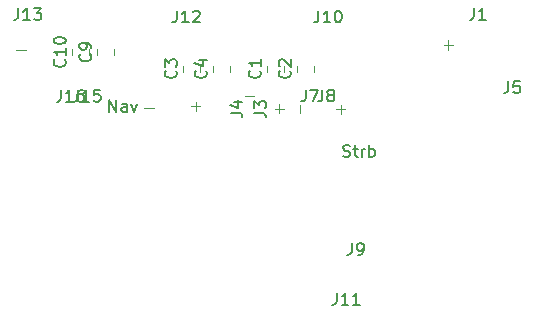
<source format=gbr>
%TF.GenerationSoftware,KiCad,Pcbnew,(5.1.9)-1*%
%TF.CreationDate,2021-08-28T05:23:55+03:00*%
%TF.ProjectId,LED_Center_001,4c45445f-4365-46e7-9465-725f3030312e,rev?*%
%TF.SameCoordinates,Original*%
%TF.FileFunction,Legend,Top*%
%TF.FilePolarity,Positive*%
%FSLAX46Y46*%
G04 Gerber Fmt 4.6, Leading zero omitted, Abs format (unit mm)*
G04 Created by KiCad (PCBNEW (5.1.9)-1) date 2021-08-28 05:23:55*
%MOMM*%
%LPD*%
G01*
G04 APERTURE LIST*
%ADD10C,0.120000*%
%ADD11C,0.150000*%
G04 APERTURE END LIST*
D10*
X21850000Y-9700000D02*
X22550000Y-9700000D01*
X26500000Y-11150000D02*
X26500000Y-10450000D01*
X29950000Y-11200000D02*
X29950000Y-10450000D01*
X29550000Y-10800000D02*
X30300000Y-10800000D01*
X24700000Y-11150000D02*
X24700000Y-10400000D01*
X24350000Y-10750000D02*
X25100000Y-10750000D01*
X2450000Y-5750000D02*
X3300000Y-5750000D01*
X14150000Y-10700000D02*
X13300000Y-10700000D01*
X18000000Y-10550000D02*
X18050000Y-10550000D01*
X17350000Y-10550000D02*
X17250000Y-10550000D01*
X17650000Y-10950000D02*
X17650000Y-10150000D01*
X17350000Y-10550000D02*
X18000000Y-10550000D01*
X39050000Y-5750000D02*
X39050000Y-4950000D01*
X38650000Y-5350000D02*
X39450000Y-5350000D01*
D11*
X30141666Y-14779761D02*
X30284523Y-14827380D01*
X30522619Y-14827380D01*
X30617857Y-14779761D01*
X30665476Y-14732142D01*
X30713095Y-14636904D01*
X30713095Y-14541666D01*
X30665476Y-14446428D01*
X30617857Y-14398809D01*
X30522619Y-14351190D01*
X30332142Y-14303571D01*
X30236904Y-14255952D01*
X30189285Y-14208333D01*
X30141666Y-14113095D01*
X30141666Y-14017857D01*
X30189285Y-13922619D01*
X30236904Y-13875000D01*
X30332142Y-13827380D01*
X30570238Y-13827380D01*
X30713095Y-13875000D01*
X30998809Y-14160714D02*
X31379761Y-14160714D01*
X31141666Y-13827380D02*
X31141666Y-14684523D01*
X31189285Y-14779761D01*
X31284523Y-14827380D01*
X31379761Y-14827380D01*
X31713095Y-14827380D02*
X31713095Y-14160714D01*
X31713095Y-14351190D02*
X31760714Y-14255952D01*
X31808333Y-14208333D01*
X31903571Y-14160714D01*
X31998809Y-14160714D01*
X32332142Y-14827380D02*
X32332142Y-13827380D01*
X32332142Y-14208333D02*
X32427380Y-14160714D01*
X32617857Y-14160714D01*
X32713095Y-14208333D01*
X32760714Y-14255952D01*
X32808333Y-14351190D01*
X32808333Y-14636904D01*
X32760714Y-14732142D01*
X32713095Y-14779761D01*
X32617857Y-14827380D01*
X32427380Y-14827380D01*
X32332142Y-14779761D01*
X10350952Y-10997380D02*
X10350952Y-9997380D01*
X10922380Y-10997380D01*
X10922380Y-9997380D01*
X11827142Y-10997380D02*
X11827142Y-10473571D01*
X11779523Y-10378333D01*
X11684285Y-10330714D01*
X11493809Y-10330714D01*
X11398571Y-10378333D01*
X11827142Y-10949761D02*
X11731904Y-10997380D01*
X11493809Y-10997380D01*
X11398571Y-10949761D01*
X11350952Y-10854523D01*
X11350952Y-10759285D01*
X11398571Y-10664047D01*
X11493809Y-10616428D01*
X11731904Y-10616428D01*
X11827142Y-10568809D01*
X12208095Y-10330714D02*
X12446190Y-10997380D01*
X12684285Y-10330714D01*
D10*
%TO.C,C1*%
X25119000Y-7627252D02*
X25119000Y-7104748D01*
X23649000Y-7627252D02*
X23649000Y-7104748D01*
%TO.C,C2*%
X26189000Y-7627252D02*
X26189000Y-7104748D01*
X27659000Y-7627252D02*
X27659000Y-7104748D01*
%TO.C,C3*%
X18007000Y-7627252D02*
X18007000Y-7104748D01*
X16537000Y-7627252D02*
X16537000Y-7104748D01*
%TO.C,C4*%
X19077000Y-7627252D02*
X19077000Y-7104748D01*
X20547000Y-7627252D02*
X20547000Y-7104748D01*
%TO.C,C9*%
X9298000Y-6230252D02*
X9298000Y-5707748D01*
X10768000Y-6230252D02*
X10768000Y-5707748D01*
%TO.C,C10*%
X8609000Y-6208752D02*
X8609000Y-5686248D01*
X7139000Y-6208752D02*
X7139000Y-5686248D01*
%TO.C,J1*%
D11*
X41216666Y-2227380D02*
X41216666Y-2941666D01*
X41169047Y-3084523D01*
X41073809Y-3179761D01*
X40930952Y-3227380D01*
X40835714Y-3227380D01*
X42216666Y-3227380D02*
X41645238Y-3227380D01*
X41930952Y-3227380D02*
X41930952Y-2227380D01*
X41835714Y-2370238D01*
X41740476Y-2465476D01*
X41645238Y-2513095D01*
%TO.C,J3*%
X22607380Y-11108333D02*
X23321666Y-11108333D01*
X23464523Y-11155952D01*
X23559761Y-11251190D01*
X23607380Y-11394047D01*
X23607380Y-11489285D01*
X22607380Y-10727380D02*
X22607380Y-10108333D01*
X22988333Y-10441666D01*
X22988333Y-10298809D01*
X23035952Y-10203571D01*
X23083571Y-10155952D01*
X23178809Y-10108333D01*
X23416904Y-10108333D01*
X23512142Y-10155952D01*
X23559761Y-10203571D01*
X23607380Y-10298809D01*
X23607380Y-10584523D01*
X23559761Y-10679761D01*
X23512142Y-10727380D01*
%TO.C,J4*%
X20602380Y-11108333D02*
X21316666Y-11108333D01*
X21459523Y-11155952D01*
X21554761Y-11251190D01*
X21602380Y-11394047D01*
X21602380Y-11489285D01*
X20935714Y-10203571D02*
X21602380Y-10203571D01*
X20554761Y-10441666D02*
X21269047Y-10679761D01*
X21269047Y-10060714D01*
%TO.C,J5*%
X44116666Y-8420380D02*
X44116666Y-9134666D01*
X44069047Y-9277523D01*
X43973809Y-9372761D01*
X43830952Y-9420380D01*
X43735714Y-9420380D01*
X45069047Y-8420380D02*
X44592857Y-8420380D01*
X44545238Y-8896571D01*
X44592857Y-8848952D01*
X44688095Y-8801333D01*
X44926190Y-8801333D01*
X45021428Y-8848952D01*
X45069047Y-8896571D01*
X45116666Y-8991809D01*
X45116666Y-9229904D01*
X45069047Y-9325142D01*
X45021428Y-9372761D01*
X44926190Y-9420380D01*
X44688095Y-9420380D01*
X44592857Y-9372761D01*
X44545238Y-9325142D01*
%TO.C,J7*%
X26971666Y-9147380D02*
X26971666Y-9861666D01*
X26924047Y-10004523D01*
X26828809Y-10099761D01*
X26685952Y-10147380D01*
X26590714Y-10147380D01*
X27352619Y-9147380D02*
X28019285Y-9147380D01*
X27590714Y-10147380D01*
%TO.C,J8*%
X28368666Y-9147380D02*
X28368666Y-9861666D01*
X28321047Y-10004523D01*
X28225809Y-10099761D01*
X28082952Y-10147380D01*
X27987714Y-10147380D01*
X28987714Y-9575952D02*
X28892476Y-9528333D01*
X28844857Y-9480714D01*
X28797238Y-9385476D01*
X28797238Y-9337857D01*
X28844857Y-9242619D01*
X28892476Y-9195000D01*
X28987714Y-9147380D01*
X29178190Y-9147380D01*
X29273428Y-9195000D01*
X29321047Y-9242619D01*
X29368666Y-9337857D01*
X29368666Y-9385476D01*
X29321047Y-9480714D01*
X29273428Y-9528333D01*
X29178190Y-9575952D01*
X28987714Y-9575952D01*
X28892476Y-9623571D01*
X28844857Y-9671190D01*
X28797238Y-9766428D01*
X28797238Y-9956904D01*
X28844857Y-10052142D01*
X28892476Y-10099761D01*
X28987714Y-10147380D01*
X29178190Y-10147380D01*
X29273428Y-10099761D01*
X29321047Y-10052142D01*
X29368666Y-9956904D01*
X29368666Y-9766428D01*
X29321047Y-9671190D01*
X29273428Y-9623571D01*
X29178190Y-9575952D01*
%TO.C,J9*%
X30861666Y-22147380D02*
X30861666Y-22861666D01*
X30814047Y-23004523D01*
X30718809Y-23099761D01*
X30575952Y-23147380D01*
X30480714Y-23147380D01*
X31385476Y-23147380D02*
X31575952Y-23147380D01*
X31671190Y-23099761D01*
X31718809Y-23052142D01*
X31814047Y-22909285D01*
X31861666Y-22718809D01*
X31861666Y-22337857D01*
X31814047Y-22242619D01*
X31766428Y-22195000D01*
X31671190Y-22147380D01*
X31480714Y-22147380D01*
X31385476Y-22195000D01*
X31337857Y-22242619D01*
X31290238Y-22337857D01*
X31290238Y-22575952D01*
X31337857Y-22671190D01*
X31385476Y-22718809D01*
X31480714Y-22766428D01*
X31671190Y-22766428D01*
X31766428Y-22718809D01*
X31814047Y-22671190D01*
X31861666Y-22575952D01*
%TO.C,J10*%
X28045476Y-2452380D02*
X28045476Y-3166666D01*
X27997857Y-3309523D01*
X27902619Y-3404761D01*
X27759761Y-3452380D01*
X27664523Y-3452380D01*
X29045476Y-3452380D02*
X28474047Y-3452380D01*
X28759761Y-3452380D02*
X28759761Y-2452380D01*
X28664523Y-2595238D01*
X28569285Y-2690476D01*
X28474047Y-2738095D01*
X29664523Y-2452380D02*
X29759761Y-2452380D01*
X29855000Y-2500000D01*
X29902619Y-2547619D01*
X29950238Y-2642857D01*
X29997857Y-2833333D01*
X29997857Y-3071428D01*
X29950238Y-3261904D01*
X29902619Y-3357142D01*
X29855000Y-3404761D01*
X29759761Y-3452380D01*
X29664523Y-3452380D01*
X29569285Y-3404761D01*
X29521666Y-3357142D01*
X29474047Y-3261904D01*
X29426428Y-3071428D01*
X29426428Y-2833333D01*
X29474047Y-2642857D01*
X29521666Y-2547619D01*
X29569285Y-2500000D01*
X29664523Y-2452380D01*
%TO.C,J11*%
X29575476Y-26347380D02*
X29575476Y-27061666D01*
X29527857Y-27204523D01*
X29432619Y-27299761D01*
X29289761Y-27347380D01*
X29194523Y-27347380D01*
X30575476Y-27347380D02*
X30004047Y-27347380D01*
X30289761Y-27347380D02*
X30289761Y-26347380D01*
X30194523Y-26490238D01*
X30099285Y-26585476D01*
X30004047Y-26633095D01*
X31527857Y-27347380D02*
X30956428Y-27347380D01*
X31242142Y-27347380D02*
X31242142Y-26347380D01*
X31146904Y-26490238D01*
X31051666Y-26585476D01*
X30956428Y-26633095D01*
%TO.C,J12*%
X16052596Y-2452380D02*
X16052596Y-3166666D01*
X16004977Y-3309523D01*
X15909739Y-3404761D01*
X15766881Y-3452380D01*
X15671643Y-3452380D01*
X17052596Y-3452380D02*
X16481167Y-3452380D01*
X16766881Y-3452380D02*
X16766881Y-2452380D01*
X16671643Y-2595238D01*
X16576405Y-2690476D01*
X16481167Y-2738095D01*
X17433548Y-2547619D02*
X17481167Y-2500000D01*
X17576405Y-2452380D01*
X17814500Y-2452380D01*
X17909739Y-2500000D01*
X17957358Y-2547619D01*
X18004977Y-2642857D01*
X18004977Y-2738095D01*
X17957358Y-2880952D01*
X17385929Y-3452380D01*
X18004977Y-3452380D01*
%TO.C,J13*%
X2615476Y-2252380D02*
X2615476Y-2966666D01*
X2567857Y-3109523D01*
X2472619Y-3204761D01*
X2329761Y-3252380D01*
X2234523Y-3252380D01*
X3615476Y-3252380D02*
X3044047Y-3252380D01*
X3329761Y-3252380D02*
X3329761Y-2252380D01*
X3234523Y-2395238D01*
X3139285Y-2490476D01*
X3044047Y-2538095D01*
X3948809Y-2252380D02*
X4567857Y-2252380D01*
X4234523Y-2633333D01*
X4377380Y-2633333D01*
X4472619Y-2680952D01*
X4520238Y-2728571D01*
X4567857Y-2823809D01*
X4567857Y-3061904D01*
X4520238Y-3157142D01*
X4472619Y-3204761D01*
X4377380Y-3252380D01*
X4091666Y-3252380D01*
X3996428Y-3204761D01*
X3948809Y-3157142D01*
%TO.C,J15*%
X7648116Y-9153060D02*
X7648116Y-9867346D01*
X7600497Y-10010203D01*
X7505259Y-10105441D01*
X7362401Y-10153060D01*
X7267163Y-10153060D01*
X8648116Y-10153060D02*
X8076687Y-10153060D01*
X8362401Y-10153060D02*
X8362401Y-9153060D01*
X8267163Y-9295918D01*
X8171925Y-9391156D01*
X8076687Y-9438775D01*
X9552878Y-9153060D02*
X9076687Y-9153060D01*
X9029068Y-9629251D01*
X9076687Y-9581632D01*
X9171925Y-9534013D01*
X9410020Y-9534013D01*
X9505259Y-9581632D01*
X9552878Y-9629251D01*
X9600497Y-9724489D01*
X9600497Y-9962584D01*
X9552878Y-10057822D01*
X9505259Y-10105441D01*
X9410020Y-10153060D01*
X9171925Y-10153060D01*
X9076687Y-10105441D01*
X9029068Y-10057822D01*
%TO.C,J16*%
X6251676Y-9152460D02*
X6251676Y-9866746D01*
X6204057Y-10009603D01*
X6108819Y-10104841D01*
X5965961Y-10152460D01*
X5870723Y-10152460D01*
X7251676Y-10152460D02*
X6680247Y-10152460D01*
X6965961Y-10152460D02*
X6965961Y-9152460D01*
X6870723Y-9295318D01*
X6775485Y-9390556D01*
X6680247Y-9438175D01*
X8108819Y-9152460D02*
X7918342Y-9152460D01*
X7823104Y-9200080D01*
X7775485Y-9247699D01*
X7680247Y-9390556D01*
X7632628Y-9581032D01*
X7632628Y-9961984D01*
X7680247Y-10057222D01*
X7727866Y-10104841D01*
X7823104Y-10152460D01*
X8013580Y-10152460D01*
X8108819Y-10104841D01*
X8156438Y-10057222D01*
X8204057Y-9961984D01*
X8204057Y-9723889D01*
X8156438Y-9628651D01*
X8108819Y-9581032D01*
X8013580Y-9533413D01*
X7823104Y-9533413D01*
X7727866Y-9581032D01*
X7680247Y-9628651D01*
X7632628Y-9723889D01*
%TO.C,C1*%
X23061142Y-7532666D02*
X23108761Y-7580285D01*
X23156380Y-7723142D01*
X23156380Y-7818380D01*
X23108761Y-7961238D01*
X23013523Y-8056476D01*
X22918285Y-8104095D01*
X22727809Y-8151714D01*
X22584952Y-8151714D01*
X22394476Y-8104095D01*
X22299238Y-8056476D01*
X22204000Y-7961238D01*
X22156380Y-7818380D01*
X22156380Y-7723142D01*
X22204000Y-7580285D01*
X22251619Y-7532666D01*
X23156380Y-6580285D02*
X23156380Y-7151714D01*
X23156380Y-6866000D02*
X22156380Y-6866000D01*
X22299238Y-6961238D01*
X22394476Y-7056476D01*
X22442095Y-7151714D01*
%TO.C,C2*%
X25601142Y-7532666D02*
X25648761Y-7580285D01*
X25696380Y-7723142D01*
X25696380Y-7818380D01*
X25648761Y-7961238D01*
X25553523Y-8056476D01*
X25458285Y-8104095D01*
X25267809Y-8151714D01*
X25124952Y-8151714D01*
X24934476Y-8104095D01*
X24839238Y-8056476D01*
X24744000Y-7961238D01*
X24696380Y-7818380D01*
X24696380Y-7723142D01*
X24744000Y-7580285D01*
X24791619Y-7532666D01*
X24791619Y-7151714D02*
X24744000Y-7104095D01*
X24696380Y-7008857D01*
X24696380Y-6770761D01*
X24744000Y-6675523D01*
X24791619Y-6627904D01*
X24886857Y-6580285D01*
X24982095Y-6580285D01*
X25124952Y-6627904D01*
X25696380Y-7199333D01*
X25696380Y-6580285D01*
%TO.C,C3*%
X15949142Y-7532666D02*
X15996761Y-7580285D01*
X16044380Y-7723142D01*
X16044380Y-7818380D01*
X15996761Y-7961238D01*
X15901523Y-8056476D01*
X15806285Y-8104095D01*
X15615809Y-8151714D01*
X15472952Y-8151714D01*
X15282476Y-8104095D01*
X15187238Y-8056476D01*
X15092000Y-7961238D01*
X15044380Y-7818380D01*
X15044380Y-7723142D01*
X15092000Y-7580285D01*
X15139619Y-7532666D01*
X15044380Y-7199333D02*
X15044380Y-6580285D01*
X15425333Y-6913619D01*
X15425333Y-6770761D01*
X15472952Y-6675523D01*
X15520571Y-6627904D01*
X15615809Y-6580285D01*
X15853904Y-6580285D01*
X15949142Y-6627904D01*
X15996761Y-6675523D01*
X16044380Y-6770761D01*
X16044380Y-7056476D01*
X15996761Y-7151714D01*
X15949142Y-7199333D01*
%TO.C,C4*%
X18489142Y-7532666D02*
X18536761Y-7580285D01*
X18584380Y-7723142D01*
X18584380Y-7818380D01*
X18536761Y-7961238D01*
X18441523Y-8056476D01*
X18346285Y-8104095D01*
X18155809Y-8151714D01*
X18012952Y-8151714D01*
X17822476Y-8104095D01*
X17727238Y-8056476D01*
X17632000Y-7961238D01*
X17584380Y-7818380D01*
X17584380Y-7723142D01*
X17632000Y-7580285D01*
X17679619Y-7532666D01*
X17917714Y-6675523D02*
X18584380Y-6675523D01*
X17536761Y-6913619D02*
X18251047Y-7151714D01*
X18251047Y-6532666D01*
%TO.C,C9*%
X8710142Y-6135666D02*
X8757761Y-6183285D01*
X8805380Y-6326142D01*
X8805380Y-6421380D01*
X8757761Y-6564238D01*
X8662523Y-6659476D01*
X8567285Y-6707095D01*
X8376809Y-6754714D01*
X8233952Y-6754714D01*
X8043476Y-6707095D01*
X7948238Y-6659476D01*
X7853000Y-6564238D01*
X7805380Y-6421380D01*
X7805380Y-6326142D01*
X7853000Y-6183285D01*
X7900619Y-6135666D01*
X8805380Y-5659476D02*
X8805380Y-5469000D01*
X8757761Y-5373761D01*
X8710142Y-5326142D01*
X8567285Y-5230904D01*
X8376809Y-5183285D01*
X7995857Y-5183285D01*
X7900619Y-5230904D01*
X7853000Y-5278523D01*
X7805380Y-5373761D01*
X7805380Y-5564238D01*
X7853000Y-5659476D01*
X7900619Y-5707095D01*
X7995857Y-5754714D01*
X8233952Y-5754714D01*
X8329190Y-5707095D01*
X8376809Y-5659476D01*
X8424428Y-5564238D01*
X8424428Y-5373761D01*
X8376809Y-5278523D01*
X8329190Y-5230904D01*
X8233952Y-5183285D01*
%TO.C,C10*%
X6551142Y-6590357D02*
X6598761Y-6637976D01*
X6646380Y-6780833D01*
X6646380Y-6876071D01*
X6598761Y-7018928D01*
X6503523Y-7114166D01*
X6408285Y-7161785D01*
X6217809Y-7209404D01*
X6074952Y-7209404D01*
X5884476Y-7161785D01*
X5789238Y-7114166D01*
X5694000Y-7018928D01*
X5646380Y-6876071D01*
X5646380Y-6780833D01*
X5694000Y-6637976D01*
X5741619Y-6590357D01*
X6646380Y-5637976D02*
X6646380Y-6209404D01*
X6646380Y-5923690D02*
X5646380Y-5923690D01*
X5789238Y-6018928D01*
X5884476Y-6114166D01*
X5932095Y-6209404D01*
X5646380Y-5018928D02*
X5646380Y-4923690D01*
X5694000Y-4828452D01*
X5741619Y-4780833D01*
X5836857Y-4733214D01*
X6027333Y-4685595D01*
X6265428Y-4685595D01*
X6455904Y-4733214D01*
X6551142Y-4780833D01*
X6598761Y-4828452D01*
X6646380Y-4923690D01*
X6646380Y-5018928D01*
X6598761Y-5114166D01*
X6551142Y-5161785D01*
X6455904Y-5209404D01*
X6265428Y-5257023D01*
X6027333Y-5257023D01*
X5836857Y-5209404D01*
X5741619Y-5161785D01*
X5694000Y-5114166D01*
X5646380Y-5018928D01*
%TD*%
M02*

</source>
